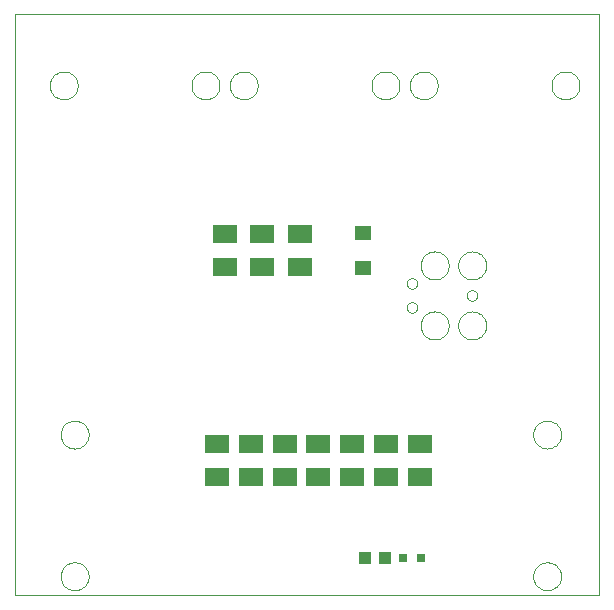
<source format=gtp>
G75*
G70*
%OFA0B0*%
%FSLAX24Y24*%
%IPPOS*%
%LPD*%
%AMOC8*
5,1,8,0,0,1.08239X$1,22.5*
%
%ADD10C,0.0000*%
%ADD11R,0.0787X0.0630*%
%ADD12R,0.0433X0.0394*%
%ADD13R,0.0315X0.0315*%
%ADD14R,0.0551X0.0472*%
D10*
X000483Y000350D02*
X000483Y019721D01*
X019978Y019721D01*
X019978Y000350D01*
X000483Y000350D01*
X002018Y000988D02*
X002020Y001031D01*
X002026Y001073D01*
X002036Y001115D01*
X002049Y001156D01*
X002067Y001195D01*
X002088Y001233D01*
X002112Y001268D01*
X002139Y001301D01*
X002170Y001332D01*
X002203Y001359D01*
X002238Y001383D01*
X002276Y001404D01*
X002315Y001422D01*
X002356Y001435D01*
X002398Y001445D01*
X002440Y001451D01*
X002483Y001453D01*
X002526Y001451D01*
X002568Y001445D01*
X002610Y001435D01*
X002651Y001422D01*
X002690Y001404D01*
X002728Y001383D01*
X002763Y001359D01*
X002796Y001332D01*
X002827Y001301D01*
X002854Y001268D01*
X002878Y001233D01*
X002899Y001195D01*
X002917Y001156D01*
X002930Y001115D01*
X002940Y001073D01*
X002946Y001031D01*
X002948Y000988D01*
X002946Y000945D01*
X002940Y000903D01*
X002930Y000861D01*
X002917Y000820D01*
X002899Y000781D01*
X002878Y000743D01*
X002854Y000708D01*
X002827Y000675D01*
X002796Y000644D01*
X002763Y000617D01*
X002728Y000593D01*
X002690Y000572D01*
X002651Y000554D01*
X002610Y000541D01*
X002568Y000531D01*
X002526Y000525D01*
X002483Y000523D01*
X002440Y000525D01*
X002398Y000531D01*
X002356Y000541D01*
X002315Y000554D01*
X002276Y000572D01*
X002238Y000593D01*
X002203Y000617D01*
X002170Y000644D01*
X002139Y000675D01*
X002112Y000708D01*
X002088Y000743D01*
X002067Y000781D01*
X002049Y000820D01*
X002036Y000861D01*
X002026Y000903D01*
X002020Y000945D01*
X002018Y000988D01*
X002018Y005712D02*
X002020Y005755D01*
X002026Y005797D01*
X002036Y005839D01*
X002049Y005880D01*
X002067Y005919D01*
X002088Y005957D01*
X002112Y005992D01*
X002139Y006025D01*
X002170Y006056D01*
X002203Y006083D01*
X002238Y006107D01*
X002276Y006128D01*
X002315Y006146D01*
X002356Y006159D01*
X002398Y006169D01*
X002440Y006175D01*
X002483Y006177D01*
X002526Y006175D01*
X002568Y006169D01*
X002610Y006159D01*
X002651Y006146D01*
X002690Y006128D01*
X002728Y006107D01*
X002763Y006083D01*
X002796Y006056D01*
X002827Y006025D01*
X002854Y005992D01*
X002878Y005957D01*
X002899Y005919D01*
X002917Y005880D01*
X002930Y005839D01*
X002940Y005797D01*
X002946Y005755D01*
X002948Y005712D01*
X002946Y005669D01*
X002940Y005627D01*
X002930Y005585D01*
X002917Y005544D01*
X002899Y005505D01*
X002878Y005467D01*
X002854Y005432D01*
X002827Y005399D01*
X002796Y005368D01*
X002763Y005341D01*
X002728Y005317D01*
X002690Y005296D01*
X002651Y005278D01*
X002610Y005265D01*
X002568Y005255D01*
X002526Y005249D01*
X002483Y005247D01*
X002440Y005249D01*
X002398Y005255D01*
X002356Y005265D01*
X002315Y005278D01*
X002276Y005296D01*
X002238Y005317D01*
X002203Y005341D01*
X002170Y005368D01*
X002139Y005399D01*
X002112Y005432D01*
X002088Y005467D01*
X002067Y005505D01*
X002049Y005544D01*
X002036Y005585D01*
X002026Y005627D01*
X002020Y005669D01*
X002018Y005712D01*
X013558Y009950D02*
X013560Y009976D01*
X013566Y010002D01*
X013575Y010026D01*
X013588Y010049D01*
X013605Y010069D01*
X013624Y010087D01*
X013646Y010102D01*
X013669Y010113D01*
X013694Y010121D01*
X013720Y010125D01*
X013746Y010125D01*
X013772Y010121D01*
X013797Y010113D01*
X013821Y010102D01*
X013842Y010087D01*
X013861Y010069D01*
X013878Y010049D01*
X013891Y010026D01*
X013900Y010002D01*
X013906Y009976D01*
X013908Y009950D01*
X013906Y009924D01*
X013900Y009898D01*
X013891Y009874D01*
X013878Y009851D01*
X013861Y009831D01*
X013842Y009813D01*
X013820Y009798D01*
X013797Y009787D01*
X013772Y009779D01*
X013746Y009775D01*
X013720Y009775D01*
X013694Y009779D01*
X013669Y009787D01*
X013645Y009798D01*
X013624Y009813D01*
X013605Y009831D01*
X013588Y009851D01*
X013575Y009874D01*
X013566Y009898D01*
X013560Y009924D01*
X013558Y009950D01*
X013558Y010750D02*
X013560Y010776D01*
X013566Y010802D01*
X013575Y010826D01*
X013588Y010849D01*
X013605Y010869D01*
X013624Y010887D01*
X013646Y010902D01*
X013669Y010913D01*
X013694Y010921D01*
X013720Y010925D01*
X013746Y010925D01*
X013772Y010921D01*
X013797Y010913D01*
X013821Y010902D01*
X013842Y010887D01*
X013861Y010869D01*
X013878Y010849D01*
X013891Y010826D01*
X013900Y010802D01*
X013906Y010776D01*
X013908Y010750D01*
X013906Y010724D01*
X013900Y010698D01*
X013891Y010674D01*
X013878Y010651D01*
X013861Y010631D01*
X013842Y010613D01*
X013820Y010598D01*
X013797Y010587D01*
X013772Y010579D01*
X013746Y010575D01*
X013720Y010575D01*
X013694Y010579D01*
X013669Y010587D01*
X013645Y010598D01*
X013624Y010613D01*
X013605Y010631D01*
X013588Y010651D01*
X013575Y010674D01*
X013566Y010698D01*
X013560Y010724D01*
X013558Y010750D01*
X014016Y011350D02*
X014018Y011393D01*
X014024Y011436D01*
X014034Y011478D01*
X014048Y011519D01*
X014065Y011558D01*
X014086Y011596D01*
X014110Y011631D01*
X014138Y011665D01*
X014168Y011695D01*
X014202Y011723D01*
X014237Y011747D01*
X014275Y011768D01*
X014314Y011785D01*
X014355Y011799D01*
X014397Y011809D01*
X014440Y011815D01*
X014483Y011817D01*
X014526Y011815D01*
X014569Y011809D01*
X014611Y011799D01*
X014652Y011785D01*
X014691Y011768D01*
X014729Y011747D01*
X014764Y011723D01*
X014798Y011695D01*
X014828Y011665D01*
X014856Y011631D01*
X014880Y011596D01*
X014901Y011558D01*
X014918Y011519D01*
X014932Y011478D01*
X014942Y011436D01*
X014948Y011393D01*
X014950Y011350D01*
X014948Y011307D01*
X014942Y011264D01*
X014932Y011222D01*
X014918Y011181D01*
X014901Y011142D01*
X014880Y011104D01*
X014856Y011069D01*
X014828Y011035D01*
X014798Y011005D01*
X014764Y010977D01*
X014729Y010953D01*
X014691Y010932D01*
X014652Y010915D01*
X014611Y010901D01*
X014569Y010891D01*
X014526Y010885D01*
X014483Y010883D01*
X014440Y010885D01*
X014397Y010891D01*
X014355Y010901D01*
X014314Y010915D01*
X014275Y010932D01*
X014237Y010953D01*
X014202Y010977D01*
X014168Y011005D01*
X014138Y011035D01*
X014110Y011069D01*
X014086Y011104D01*
X014065Y011142D01*
X014048Y011181D01*
X014034Y011222D01*
X014024Y011264D01*
X014018Y011307D01*
X014016Y011350D01*
X015266Y011350D02*
X015268Y011393D01*
X015274Y011436D01*
X015284Y011478D01*
X015298Y011519D01*
X015315Y011558D01*
X015336Y011596D01*
X015360Y011631D01*
X015388Y011665D01*
X015418Y011695D01*
X015452Y011723D01*
X015487Y011747D01*
X015525Y011768D01*
X015564Y011785D01*
X015605Y011799D01*
X015647Y011809D01*
X015690Y011815D01*
X015733Y011817D01*
X015776Y011815D01*
X015819Y011809D01*
X015861Y011799D01*
X015902Y011785D01*
X015941Y011768D01*
X015979Y011747D01*
X016014Y011723D01*
X016048Y011695D01*
X016078Y011665D01*
X016106Y011631D01*
X016130Y011596D01*
X016151Y011558D01*
X016168Y011519D01*
X016182Y011478D01*
X016192Y011436D01*
X016198Y011393D01*
X016200Y011350D01*
X016198Y011307D01*
X016192Y011264D01*
X016182Y011222D01*
X016168Y011181D01*
X016151Y011142D01*
X016130Y011104D01*
X016106Y011069D01*
X016078Y011035D01*
X016048Y011005D01*
X016014Y010977D01*
X015979Y010953D01*
X015941Y010932D01*
X015902Y010915D01*
X015861Y010901D01*
X015819Y010891D01*
X015776Y010885D01*
X015733Y010883D01*
X015690Y010885D01*
X015647Y010891D01*
X015605Y010901D01*
X015564Y010915D01*
X015525Y010932D01*
X015487Y010953D01*
X015452Y010977D01*
X015418Y011005D01*
X015388Y011035D01*
X015360Y011069D01*
X015336Y011104D01*
X015315Y011142D01*
X015298Y011181D01*
X015284Y011222D01*
X015274Y011264D01*
X015268Y011307D01*
X015266Y011350D01*
X015558Y010350D02*
X015560Y010376D01*
X015566Y010402D01*
X015575Y010426D01*
X015588Y010449D01*
X015605Y010469D01*
X015624Y010487D01*
X015646Y010502D01*
X015669Y010513D01*
X015694Y010521D01*
X015720Y010525D01*
X015746Y010525D01*
X015772Y010521D01*
X015797Y010513D01*
X015821Y010502D01*
X015842Y010487D01*
X015861Y010469D01*
X015878Y010449D01*
X015891Y010426D01*
X015900Y010402D01*
X015906Y010376D01*
X015908Y010350D01*
X015906Y010324D01*
X015900Y010298D01*
X015891Y010274D01*
X015878Y010251D01*
X015861Y010231D01*
X015842Y010213D01*
X015820Y010198D01*
X015797Y010187D01*
X015772Y010179D01*
X015746Y010175D01*
X015720Y010175D01*
X015694Y010179D01*
X015669Y010187D01*
X015645Y010198D01*
X015624Y010213D01*
X015605Y010231D01*
X015588Y010251D01*
X015575Y010274D01*
X015566Y010298D01*
X015560Y010324D01*
X015558Y010350D01*
X015266Y009350D02*
X015268Y009393D01*
X015274Y009436D01*
X015284Y009478D01*
X015298Y009519D01*
X015315Y009558D01*
X015336Y009596D01*
X015360Y009631D01*
X015388Y009665D01*
X015418Y009695D01*
X015452Y009723D01*
X015487Y009747D01*
X015525Y009768D01*
X015564Y009785D01*
X015605Y009799D01*
X015647Y009809D01*
X015690Y009815D01*
X015733Y009817D01*
X015776Y009815D01*
X015819Y009809D01*
X015861Y009799D01*
X015902Y009785D01*
X015941Y009768D01*
X015979Y009747D01*
X016014Y009723D01*
X016048Y009695D01*
X016078Y009665D01*
X016106Y009631D01*
X016130Y009596D01*
X016151Y009558D01*
X016168Y009519D01*
X016182Y009478D01*
X016192Y009436D01*
X016198Y009393D01*
X016200Y009350D01*
X016198Y009307D01*
X016192Y009264D01*
X016182Y009222D01*
X016168Y009181D01*
X016151Y009142D01*
X016130Y009104D01*
X016106Y009069D01*
X016078Y009035D01*
X016048Y009005D01*
X016014Y008977D01*
X015979Y008953D01*
X015941Y008932D01*
X015902Y008915D01*
X015861Y008901D01*
X015819Y008891D01*
X015776Y008885D01*
X015733Y008883D01*
X015690Y008885D01*
X015647Y008891D01*
X015605Y008901D01*
X015564Y008915D01*
X015525Y008932D01*
X015487Y008953D01*
X015452Y008977D01*
X015418Y009005D01*
X015388Y009035D01*
X015360Y009069D01*
X015336Y009104D01*
X015315Y009142D01*
X015298Y009181D01*
X015284Y009222D01*
X015274Y009264D01*
X015268Y009307D01*
X015266Y009350D01*
X014016Y009350D02*
X014018Y009393D01*
X014024Y009436D01*
X014034Y009478D01*
X014048Y009519D01*
X014065Y009558D01*
X014086Y009596D01*
X014110Y009631D01*
X014138Y009665D01*
X014168Y009695D01*
X014202Y009723D01*
X014237Y009747D01*
X014275Y009768D01*
X014314Y009785D01*
X014355Y009799D01*
X014397Y009809D01*
X014440Y009815D01*
X014483Y009817D01*
X014526Y009815D01*
X014569Y009809D01*
X014611Y009799D01*
X014652Y009785D01*
X014691Y009768D01*
X014729Y009747D01*
X014764Y009723D01*
X014798Y009695D01*
X014828Y009665D01*
X014856Y009631D01*
X014880Y009596D01*
X014901Y009558D01*
X014918Y009519D01*
X014932Y009478D01*
X014942Y009436D01*
X014948Y009393D01*
X014950Y009350D01*
X014948Y009307D01*
X014942Y009264D01*
X014932Y009222D01*
X014918Y009181D01*
X014901Y009142D01*
X014880Y009104D01*
X014856Y009069D01*
X014828Y009035D01*
X014798Y009005D01*
X014764Y008977D01*
X014729Y008953D01*
X014691Y008932D01*
X014652Y008915D01*
X014611Y008901D01*
X014569Y008891D01*
X014526Y008885D01*
X014483Y008883D01*
X014440Y008885D01*
X014397Y008891D01*
X014355Y008901D01*
X014314Y008915D01*
X014275Y008932D01*
X014237Y008953D01*
X014202Y008977D01*
X014168Y009005D01*
X014138Y009035D01*
X014110Y009069D01*
X014086Y009104D01*
X014065Y009142D01*
X014048Y009181D01*
X014034Y009222D01*
X014024Y009264D01*
X014018Y009307D01*
X014016Y009350D01*
X017768Y005712D02*
X017770Y005755D01*
X017776Y005797D01*
X017786Y005839D01*
X017799Y005880D01*
X017817Y005919D01*
X017838Y005957D01*
X017862Y005992D01*
X017889Y006025D01*
X017920Y006056D01*
X017953Y006083D01*
X017988Y006107D01*
X018026Y006128D01*
X018065Y006146D01*
X018106Y006159D01*
X018148Y006169D01*
X018190Y006175D01*
X018233Y006177D01*
X018276Y006175D01*
X018318Y006169D01*
X018360Y006159D01*
X018401Y006146D01*
X018440Y006128D01*
X018478Y006107D01*
X018513Y006083D01*
X018546Y006056D01*
X018577Y006025D01*
X018604Y005992D01*
X018628Y005957D01*
X018649Y005919D01*
X018667Y005880D01*
X018680Y005839D01*
X018690Y005797D01*
X018696Y005755D01*
X018698Y005712D01*
X018696Y005669D01*
X018690Y005627D01*
X018680Y005585D01*
X018667Y005544D01*
X018649Y005505D01*
X018628Y005467D01*
X018604Y005432D01*
X018577Y005399D01*
X018546Y005368D01*
X018513Y005341D01*
X018478Y005317D01*
X018440Y005296D01*
X018401Y005278D01*
X018360Y005265D01*
X018318Y005255D01*
X018276Y005249D01*
X018233Y005247D01*
X018190Y005249D01*
X018148Y005255D01*
X018106Y005265D01*
X018065Y005278D01*
X018026Y005296D01*
X017988Y005317D01*
X017953Y005341D01*
X017920Y005368D01*
X017889Y005399D01*
X017862Y005432D01*
X017838Y005467D01*
X017817Y005505D01*
X017799Y005544D01*
X017786Y005585D01*
X017776Y005627D01*
X017770Y005669D01*
X017768Y005712D01*
X017768Y000988D02*
X017770Y001031D01*
X017776Y001073D01*
X017786Y001115D01*
X017799Y001156D01*
X017817Y001195D01*
X017838Y001233D01*
X017862Y001268D01*
X017889Y001301D01*
X017920Y001332D01*
X017953Y001359D01*
X017988Y001383D01*
X018026Y001404D01*
X018065Y001422D01*
X018106Y001435D01*
X018148Y001445D01*
X018190Y001451D01*
X018233Y001453D01*
X018276Y001451D01*
X018318Y001445D01*
X018360Y001435D01*
X018401Y001422D01*
X018440Y001404D01*
X018478Y001383D01*
X018513Y001359D01*
X018546Y001332D01*
X018577Y001301D01*
X018604Y001268D01*
X018628Y001233D01*
X018649Y001195D01*
X018667Y001156D01*
X018680Y001115D01*
X018690Y001073D01*
X018696Y001031D01*
X018698Y000988D01*
X018696Y000945D01*
X018690Y000903D01*
X018680Y000861D01*
X018667Y000820D01*
X018649Y000781D01*
X018628Y000743D01*
X018604Y000708D01*
X018577Y000675D01*
X018546Y000644D01*
X018513Y000617D01*
X018478Y000593D01*
X018440Y000572D01*
X018401Y000554D01*
X018360Y000541D01*
X018318Y000531D01*
X018276Y000525D01*
X018233Y000523D01*
X018190Y000525D01*
X018148Y000531D01*
X018106Y000541D01*
X018065Y000554D01*
X018026Y000572D01*
X017988Y000593D01*
X017953Y000617D01*
X017920Y000644D01*
X017889Y000675D01*
X017862Y000708D01*
X017838Y000743D01*
X017817Y000781D01*
X017799Y000820D01*
X017786Y000861D01*
X017776Y000903D01*
X017770Y000945D01*
X017768Y000988D01*
X018380Y017350D02*
X018382Y017393D01*
X018388Y017435D01*
X018398Y017477D01*
X018411Y017518D01*
X018429Y017557D01*
X018450Y017595D01*
X018474Y017630D01*
X018501Y017663D01*
X018532Y017694D01*
X018565Y017721D01*
X018600Y017745D01*
X018638Y017766D01*
X018677Y017784D01*
X018718Y017797D01*
X018760Y017807D01*
X018802Y017813D01*
X018845Y017815D01*
X018888Y017813D01*
X018930Y017807D01*
X018972Y017797D01*
X019013Y017784D01*
X019052Y017766D01*
X019090Y017745D01*
X019125Y017721D01*
X019158Y017694D01*
X019189Y017663D01*
X019216Y017630D01*
X019240Y017595D01*
X019261Y017557D01*
X019279Y017518D01*
X019292Y017477D01*
X019302Y017435D01*
X019308Y017393D01*
X019310Y017350D01*
X019308Y017307D01*
X019302Y017265D01*
X019292Y017223D01*
X019279Y017182D01*
X019261Y017143D01*
X019240Y017105D01*
X019216Y017070D01*
X019189Y017037D01*
X019158Y017006D01*
X019125Y016979D01*
X019090Y016955D01*
X019052Y016934D01*
X019013Y016916D01*
X018972Y016903D01*
X018930Y016893D01*
X018888Y016887D01*
X018845Y016885D01*
X018802Y016887D01*
X018760Y016893D01*
X018718Y016903D01*
X018677Y016916D01*
X018638Y016934D01*
X018600Y016955D01*
X018565Y016979D01*
X018532Y017006D01*
X018501Y017037D01*
X018474Y017070D01*
X018450Y017105D01*
X018429Y017143D01*
X018411Y017182D01*
X018398Y017223D01*
X018388Y017265D01*
X018382Y017307D01*
X018380Y017350D01*
X013655Y017350D02*
X013657Y017393D01*
X013663Y017435D01*
X013673Y017477D01*
X013686Y017518D01*
X013704Y017557D01*
X013725Y017595D01*
X013749Y017630D01*
X013776Y017663D01*
X013807Y017694D01*
X013840Y017721D01*
X013875Y017745D01*
X013913Y017766D01*
X013952Y017784D01*
X013993Y017797D01*
X014035Y017807D01*
X014077Y017813D01*
X014120Y017815D01*
X014163Y017813D01*
X014205Y017807D01*
X014247Y017797D01*
X014288Y017784D01*
X014327Y017766D01*
X014365Y017745D01*
X014400Y017721D01*
X014433Y017694D01*
X014464Y017663D01*
X014491Y017630D01*
X014515Y017595D01*
X014536Y017557D01*
X014554Y017518D01*
X014567Y017477D01*
X014577Y017435D01*
X014583Y017393D01*
X014585Y017350D01*
X014583Y017307D01*
X014577Y017265D01*
X014567Y017223D01*
X014554Y017182D01*
X014536Y017143D01*
X014515Y017105D01*
X014491Y017070D01*
X014464Y017037D01*
X014433Y017006D01*
X014400Y016979D01*
X014365Y016955D01*
X014327Y016934D01*
X014288Y016916D01*
X014247Y016903D01*
X014205Y016893D01*
X014163Y016887D01*
X014120Y016885D01*
X014077Y016887D01*
X014035Y016893D01*
X013993Y016903D01*
X013952Y016916D01*
X013913Y016934D01*
X013875Y016955D01*
X013840Y016979D01*
X013807Y017006D01*
X013776Y017037D01*
X013749Y017070D01*
X013725Y017105D01*
X013704Y017143D01*
X013686Y017182D01*
X013673Y017223D01*
X013663Y017265D01*
X013657Y017307D01*
X013655Y017350D01*
X012380Y017350D02*
X012382Y017393D01*
X012388Y017435D01*
X012398Y017477D01*
X012411Y017518D01*
X012429Y017557D01*
X012450Y017595D01*
X012474Y017630D01*
X012501Y017663D01*
X012532Y017694D01*
X012565Y017721D01*
X012600Y017745D01*
X012638Y017766D01*
X012677Y017784D01*
X012718Y017797D01*
X012760Y017807D01*
X012802Y017813D01*
X012845Y017815D01*
X012888Y017813D01*
X012930Y017807D01*
X012972Y017797D01*
X013013Y017784D01*
X013052Y017766D01*
X013090Y017745D01*
X013125Y017721D01*
X013158Y017694D01*
X013189Y017663D01*
X013216Y017630D01*
X013240Y017595D01*
X013261Y017557D01*
X013279Y017518D01*
X013292Y017477D01*
X013302Y017435D01*
X013308Y017393D01*
X013310Y017350D01*
X013308Y017307D01*
X013302Y017265D01*
X013292Y017223D01*
X013279Y017182D01*
X013261Y017143D01*
X013240Y017105D01*
X013216Y017070D01*
X013189Y017037D01*
X013158Y017006D01*
X013125Y016979D01*
X013090Y016955D01*
X013052Y016934D01*
X013013Y016916D01*
X012972Y016903D01*
X012930Y016893D01*
X012888Y016887D01*
X012845Y016885D01*
X012802Y016887D01*
X012760Y016893D01*
X012718Y016903D01*
X012677Y016916D01*
X012638Y016934D01*
X012600Y016955D01*
X012565Y016979D01*
X012532Y017006D01*
X012501Y017037D01*
X012474Y017070D01*
X012450Y017105D01*
X012429Y017143D01*
X012411Y017182D01*
X012398Y017223D01*
X012388Y017265D01*
X012382Y017307D01*
X012380Y017350D01*
X007655Y017350D02*
X007657Y017393D01*
X007663Y017435D01*
X007673Y017477D01*
X007686Y017518D01*
X007704Y017557D01*
X007725Y017595D01*
X007749Y017630D01*
X007776Y017663D01*
X007807Y017694D01*
X007840Y017721D01*
X007875Y017745D01*
X007913Y017766D01*
X007952Y017784D01*
X007993Y017797D01*
X008035Y017807D01*
X008077Y017813D01*
X008120Y017815D01*
X008163Y017813D01*
X008205Y017807D01*
X008247Y017797D01*
X008288Y017784D01*
X008327Y017766D01*
X008365Y017745D01*
X008400Y017721D01*
X008433Y017694D01*
X008464Y017663D01*
X008491Y017630D01*
X008515Y017595D01*
X008536Y017557D01*
X008554Y017518D01*
X008567Y017477D01*
X008577Y017435D01*
X008583Y017393D01*
X008585Y017350D01*
X008583Y017307D01*
X008577Y017265D01*
X008567Y017223D01*
X008554Y017182D01*
X008536Y017143D01*
X008515Y017105D01*
X008491Y017070D01*
X008464Y017037D01*
X008433Y017006D01*
X008400Y016979D01*
X008365Y016955D01*
X008327Y016934D01*
X008288Y016916D01*
X008247Y016903D01*
X008205Y016893D01*
X008163Y016887D01*
X008120Y016885D01*
X008077Y016887D01*
X008035Y016893D01*
X007993Y016903D01*
X007952Y016916D01*
X007913Y016934D01*
X007875Y016955D01*
X007840Y016979D01*
X007807Y017006D01*
X007776Y017037D01*
X007749Y017070D01*
X007725Y017105D01*
X007704Y017143D01*
X007686Y017182D01*
X007673Y017223D01*
X007663Y017265D01*
X007657Y017307D01*
X007655Y017350D01*
X006380Y017350D02*
X006382Y017393D01*
X006388Y017435D01*
X006398Y017477D01*
X006411Y017518D01*
X006429Y017557D01*
X006450Y017595D01*
X006474Y017630D01*
X006501Y017663D01*
X006532Y017694D01*
X006565Y017721D01*
X006600Y017745D01*
X006638Y017766D01*
X006677Y017784D01*
X006718Y017797D01*
X006760Y017807D01*
X006802Y017813D01*
X006845Y017815D01*
X006888Y017813D01*
X006930Y017807D01*
X006972Y017797D01*
X007013Y017784D01*
X007052Y017766D01*
X007090Y017745D01*
X007125Y017721D01*
X007158Y017694D01*
X007189Y017663D01*
X007216Y017630D01*
X007240Y017595D01*
X007261Y017557D01*
X007279Y017518D01*
X007292Y017477D01*
X007302Y017435D01*
X007308Y017393D01*
X007310Y017350D01*
X007308Y017307D01*
X007302Y017265D01*
X007292Y017223D01*
X007279Y017182D01*
X007261Y017143D01*
X007240Y017105D01*
X007216Y017070D01*
X007189Y017037D01*
X007158Y017006D01*
X007125Y016979D01*
X007090Y016955D01*
X007052Y016934D01*
X007013Y016916D01*
X006972Y016903D01*
X006930Y016893D01*
X006888Y016887D01*
X006845Y016885D01*
X006802Y016887D01*
X006760Y016893D01*
X006718Y016903D01*
X006677Y016916D01*
X006638Y016934D01*
X006600Y016955D01*
X006565Y016979D01*
X006532Y017006D01*
X006501Y017037D01*
X006474Y017070D01*
X006450Y017105D01*
X006429Y017143D01*
X006411Y017182D01*
X006398Y017223D01*
X006388Y017265D01*
X006382Y017307D01*
X006380Y017350D01*
X001655Y017350D02*
X001657Y017393D01*
X001663Y017435D01*
X001673Y017477D01*
X001686Y017518D01*
X001704Y017557D01*
X001725Y017595D01*
X001749Y017630D01*
X001776Y017663D01*
X001807Y017694D01*
X001840Y017721D01*
X001875Y017745D01*
X001913Y017766D01*
X001952Y017784D01*
X001993Y017797D01*
X002035Y017807D01*
X002077Y017813D01*
X002120Y017815D01*
X002163Y017813D01*
X002205Y017807D01*
X002247Y017797D01*
X002288Y017784D01*
X002327Y017766D01*
X002365Y017745D01*
X002400Y017721D01*
X002433Y017694D01*
X002464Y017663D01*
X002491Y017630D01*
X002515Y017595D01*
X002536Y017557D01*
X002554Y017518D01*
X002567Y017477D01*
X002577Y017435D01*
X002583Y017393D01*
X002585Y017350D01*
X002583Y017307D01*
X002577Y017265D01*
X002567Y017223D01*
X002554Y017182D01*
X002536Y017143D01*
X002515Y017105D01*
X002491Y017070D01*
X002464Y017037D01*
X002433Y017006D01*
X002400Y016979D01*
X002365Y016955D01*
X002327Y016934D01*
X002288Y016916D01*
X002247Y016903D01*
X002205Y016893D01*
X002163Y016887D01*
X002120Y016885D01*
X002077Y016887D01*
X002035Y016893D01*
X001993Y016903D01*
X001952Y016916D01*
X001913Y016934D01*
X001875Y016955D01*
X001840Y016979D01*
X001807Y017006D01*
X001776Y017037D01*
X001749Y017070D01*
X001725Y017105D01*
X001704Y017143D01*
X001686Y017182D01*
X001673Y017223D01*
X001663Y017265D01*
X001657Y017307D01*
X001655Y017350D01*
D11*
X007483Y012401D03*
X007483Y011299D03*
X008733Y011299D03*
X008733Y012401D03*
X009983Y012401D03*
X009983Y011299D03*
X009483Y005401D03*
X008358Y005401D03*
X008358Y004299D03*
X009483Y004299D03*
X010608Y004299D03*
X011733Y004299D03*
X011733Y005401D03*
X010608Y005401D03*
X012858Y005401D03*
X013983Y005401D03*
X013983Y004299D03*
X012858Y004299D03*
X007233Y004299D03*
X007233Y005401D03*
D12*
X012148Y001600D03*
X012817Y001600D03*
D13*
X013437Y001600D03*
X014028Y001600D03*
D14*
X012108Y011259D03*
X012108Y012441D03*
M02*

</source>
